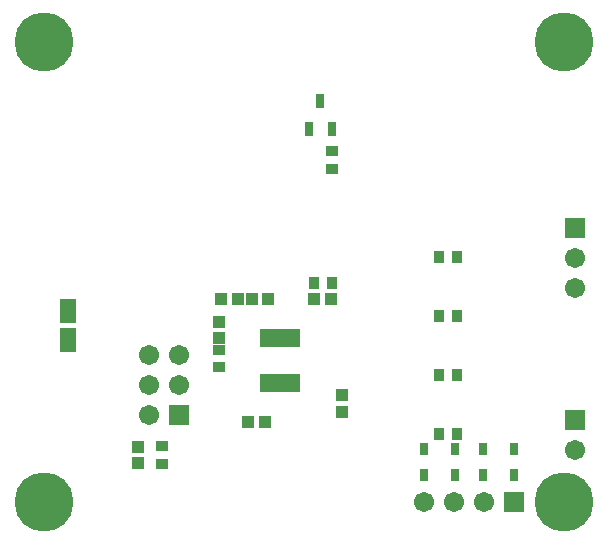
<source format=gbs>
%FSLAX43Y43*%
%MOMM*%
G71*
G01*
G75*
G04 Layer_Color=16711935*
%ADD10R,3.650X2.050*%
%ADD11R,1.400X0.400*%
%ADD12R,1.900X2.300*%
%ADD13R,1.900X2.400*%
%ADD14R,0.900X1.000*%
%ADD15R,0.900X0.800*%
%ADD16R,0.800X0.900*%
%ADD17R,0.700X0.900*%
%ADD18R,3.000X1.000*%
%ADD19O,1.550X0.250*%
%ADD20R,0.900X0.700*%
%ADD21R,3.300X1.100*%
%ADD22R,1.500X1.400*%
%ADD23R,1.050X0.600*%
%ADD24R,2.250X2.100*%
%ADD25R,1.250X1.950*%
%ADD26O,0.600X2.050*%
%ADD27O,2.050X0.600*%
%ADD28R,2.150X3.200*%
%ADD29R,2.150X0.900*%
%ADD30R,0.559X0.711*%
%ADD31C,0.200*%
%ADD32C,0.400*%
%ADD33C,5.000*%
%ADD34C,1.500*%
%ADD35R,1.500X1.500*%
%ADD36R,1.500X1.500*%
%ADD37C,0.600*%
%ADD38C,1.000*%
%ADD39R,0.450X0.900*%
%ADD40R,3.300X1.400*%
%ADD41R,0.600X1.000*%
%ADD42C,0.250*%
%ADD43C,0.100*%
%ADD44C,0.600*%
%ADD45C,0.254*%
%ADD46C,0.203*%
%ADD47R,3.853X2.253*%
%ADD48R,1.603X0.603*%
%ADD49R,2.103X2.503*%
%ADD50R,2.103X2.603*%
%ADD51R,1.103X1.203*%
%ADD52R,1.103X1.003*%
%ADD53R,1.003X1.103*%
%ADD54R,0.903X1.103*%
%ADD55R,3.203X1.203*%
%ADD56O,1.753X0.453*%
%ADD57R,1.103X0.903*%
%ADD58R,3.503X1.303*%
%ADD59R,1.703X1.603*%
%ADD60R,1.253X0.803*%
%ADD61R,2.453X2.303*%
%ADD62R,1.453X2.153*%
%ADD63O,0.803X2.253*%
%ADD64O,2.253X0.803*%
%ADD65R,2.353X3.403*%
%ADD66R,2.353X1.103*%
%ADD67R,0.762X0.914*%
%ADD68C,1.703*%
%ADD69R,1.703X1.703*%
%ADD70R,1.703X1.703*%
%ADD71R,0.653X1.103*%
%ADD72R,3.503X1.603*%
%ADD73R,0.803X1.203*%
G54D33*
X3000Y3000D02*
D03*
X47000D02*
D03*
X3000Y42000D02*
D03*
X47000D02*
D03*
G54D52*
X11000Y6300D02*
D03*
Y7700D02*
D03*
X17800Y16900D02*
D03*
Y18300D02*
D03*
X28200Y10700D02*
D03*
Y12100D02*
D03*
G54D53*
X21700Y9800D02*
D03*
X20300D02*
D03*
X19400Y20200D02*
D03*
X18000D02*
D03*
X22000D02*
D03*
X20600D02*
D03*
X25900Y20200D02*
D03*
X27300D02*
D03*
G54D54*
X36450Y23800D02*
D03*
X37950D02*
D03*
X36450Y18800D02*
D03*
X37950D02*
D03*
X36450Y13800D02*
D03*
X37950D02*
D03*
X36450Y8800D02*
D03*
X37950D02*
D03*
X25850Y21600D02*
D03*
X27350D02*
D03*
G54D57*
X13000Y6250D02*
D03*
Y7750D02*
D03*
X17800Y15900D02*
D03*
Y14500D02*
D03*
X27400Y32750D02*
D03*
Y31250D02*
D03*
G54D62*
X5000Y19225D02*
D03*
Y16775D02*
D03*
G54D68*
X35180Y3000D02*
D03*
X37720D02*
D03*
X40260D02*
D03*
X11860Y10400D02*
D03*
X14400Y12940D02*
D03*
X11860D02*
D03*
X14400Y15480D02*
D03*
X11860D02*
D03*
X48000Y7460D02*
D03*
Y23660D02*
D03*
Y21120D02*
D03*
G54D69*
X42800Y3000D02*
D03*
G54D70*
X14400Y10400D02*
D03*
X48000Y10000D02*
D03*
Y26200D02*
D03*
G54D71*
X37800Y5300D02*
D03*
Y7500D02*
D03*
X35200Y5300D02*
D03*
Y7500D02*
D03*
X40200Y5300D02*
D03*
Y7500D02*
D03*
X42800Y5300D02*
D03*
Y7500D02*
D03*
G54D72*
X23000Y13100D02*
D03*
Y16900D02*
D03*
G54D73*
X26400Y37000D02*
D03*
X25450Y34600D02*
D03*
X27350D02*
D03*
M02*

</source>
